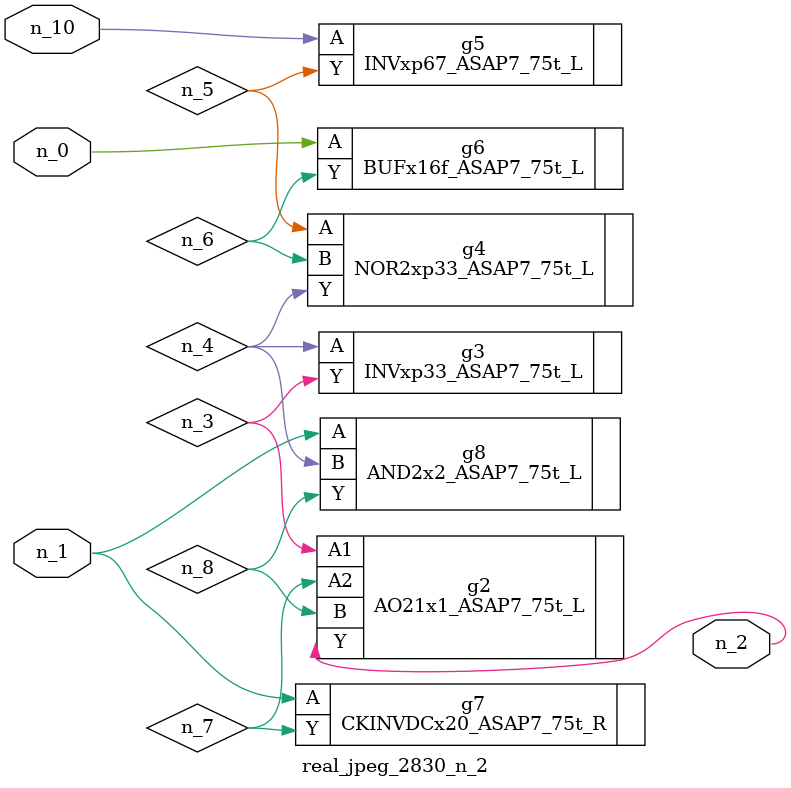
<source format=v>
module real_jpeg_2830_n_2 (n_1, n_10, n_0, n_2);

input n_1;
input n_10;
input n_0;

output n_2;

wire n_5;
wire n_4;
wire n_8;
wire n_6;
wire n_7;
wire n_3;

BUFx16f_ASAP7_75t_L g6 ( 
.A(n_0),
.Y(n_6)
);

CKINVDCx20_ASAP7_75t_R g7 ( 
.A(n_1),
.Y(n_7)
);

AND2x2_ASAP7_75t_L g8 ( 
.A(n_1),
.B(n_4),
.Y(n_8)
);

AO21x1_ASAP7_75t_L g2 ( 
.A1(n_3),
.A2(n_7),
.B(n_8),
.Y(n_2)
);

INVxp33_ASAP7_75t_L g3 ( 
.A(n_4),
.Y(n_3)
);

NOR2xp33_ASAP7_75t_L g4 ( 
.A(n_5),
.B(n_6),
.Y(n_4)
);

INVxp67_ASAP7_75t_L g5 ( 
.A(n_10),
.Y(n_5)
);


endmodule
</source>
